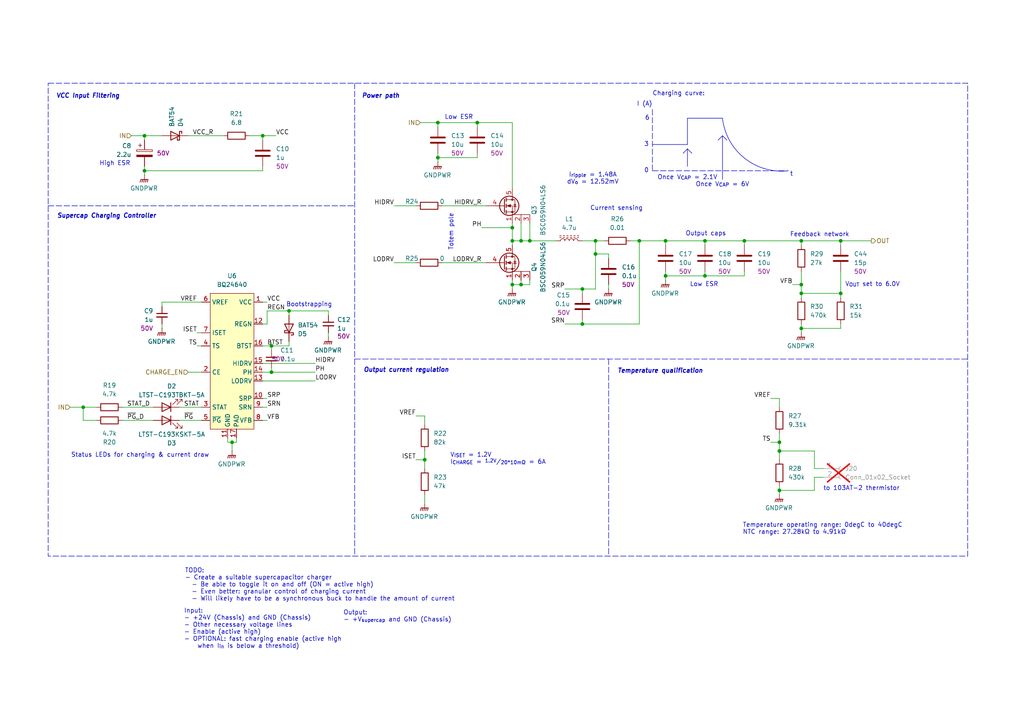
<source format=kicad_sch>
(kicad_sch (version 20250114) (generator "eeschema") (generator_version "9.0")
  (paper "A4")
  (title_block (title "Supercapacitor Charger") (date "2025-05-23") (rev "1") (company "UT Robomaster") (comment 1 "Robomaster"))
  (lib_symbols
    (symbol "! Robomaster ICs:BQ24640"
      (property "Reference" "U" (at 0 32.004 0))
      (property "Value" "BQ24640" (at 0 29.718 0))
      (symbol "BQ24640_1_1"
        (rectangle (start -6.35 27.94) (end 6.35 -11.43) (fill (type background)))
        (pin passive line (at -8.89 25.4 0) (length 2.54) (name "VREF") (number "6"))
        (pin input line (at -8.89 16.51 0) (length 2.54) (name "ISET") (number "7"))
        (pin input line (at -8.89 12.7 0) (length 2.54) (name "TS") (number "4"))
        (pin input line (at -8.89 5.08 0) (length 2.54) (name "CE") (number "2"))
        (pin open_collector line (at -8.89 -5.08 0) (length 2.54) (name "STAT") (number "3"))
        (pin open_collector line (at -8.89 -8.89 0) (length 2.54) (name "~{PG}") (number "5"))
        (pin power_in line (at -1.27 -13.97 90) (length 2.54) (name "GND") (number "11"))
        (pin passive line (at 1.27 -13.97 90) (length 2.54) (name "PAD") (number "17"))
        (pin power_in line (at 8.89 25.4 180) (length 2.54) (name "VCC") (number "1"))
        (pin passive line (at 8.89 19.05 180) (length 2.54) (name "REGN") (number "12"))
        (pin passive line (at 8.89 12.7 180) (length 2.54) (name "BTST") (number "16"))
        (pin output line (at 8.89 7.62 180) (length 2.54) (name "HIDRV") (number "15"))
        (pin power_out line (at 8.89 5.08 180) (length 2.54) (name "PH") (number "14"))
        (pin output line (at 8.89 2.54 180) (length 2.54) (name "LODRV") (number "13"))
        (pin passive line (at 8.89 -2.54 180) (length 2.54) (name "SRP") (number "10"))
        (pin passive line (at 8.89 -5.08 180) (length 2.54) (name "SRN") (number "9"))
        (pin input line (at 8.89 -8.89 180) (length 2.54) (name "VFB") (number "8"))
      )
    )
    (symbol "Connector:Conn_01x02_Socket" (pin_names (offset 1.016) (hide yes))
      (property "Reference" "J" (at 0 2.54 0))
      (property "Value" "Conn_01x02_Socket" (at 0 -5.08 0))
      (symbol "Conn_01x02_Socket_1_1"
        (polyline (pts (xy -1.27 0) (xy -0.508 0)) (stroke (width 0.1524)))
        (polyline (pts (xy -1.27 -2.54) (xy -0.508 -2.54)) (stroke (width 0.1524)))
        (arc (start 0 -0.508) (mid -0.5058 0) (end 0 0.508) (stroke (width 0.1524)))
        (arc (start 0 -3.048) (mid -0.5058 -2.54) (end 0 -2.032) (stroke (width 0.1524)))
        (pin passive line (at -5.08 0 0) (length 3.81) (name "Pin_1") (number "1"))
        (pin passive line (at -5.08 -2.54 0) (length 3.81) (name "Pin_2") (number "2"))
      )
    )
    (symbol "Device:C" (pin_numbers (hide yes)) (pin_names (offset 0.254))
      (property "Reference" "C" (at 0.635 2.54 0))
      (property "Value" "C" (at 0.635 -2.54 0))
      (symbol "C_0_1"
        (polyline (pts (xy -2.032 0.762) (xy 2.032 0.762)) (stroke (width 0.508)))
        (polyline (pts (xy -2.032 -0.762) (xy 2.032 -0.762)) (stroke (width 0.508)))
      )
      (symbol "C_1_1"
        (pin passive line (at 0 3.81 270) (length 2.794) (name "~") (number "1"))
        (pin passive line (at 0 -3.81 90) (length 2.794) (name "~") (number "2"))
      )
    )
    (symbol "Device:C_Polarized" (pin_numbers (hide yes)) (pin_names (offset 0.254))
      (property "Reference" "C" (at 0.635 2.54 0))
      (property "Value" "C_Polarized" (at 0.635 -2.54 0))
      (symbol "C_Polarized_0_1"
        (rectangle (start -2.286 0.508) (end 2.286 1.016))
        (polyline (pts (xy -1.778 2.286) (xy -0.762 2.286)))
        (polyline (pts (xy -1.27 2.794) (xy -1.27 1.778)))
        (rectangle (start 2.286 -0.508) (end -2.286 -1.016) (fill (type outline)))
      )
      (symbol "C_Polarized_1_1"
        (pin passive line (at 0 3.81 270) (length 2.794) (name "~") (number "1"))
        (pin passive line (at 0 -3.81 90) (length 2.794) (name "~") (number "2"))
      )
    )
    (symbol "Device:C_Small" (pin_numbers (hide yes)) (pin_names (offset 0.254) (hide yes))
      (property "Reference" "C" (at 0.254 1.778 0))
      (property "Value" "C_Small" (at 0.254 -2.032 0))
      (symbol "C_Small_0_1"
        (polyline (pts (xy -1.524 0.508) (xy 1.524 0.508)) (stroke (width 0.3048)))
        (polyline (pts (xy -1.524 -0.508) (xy 1.524 -0.508)) (stroke (width 0.3302)))
      )
      (symbol "C_Small_1_1"
        (pin passive line (at 0 2.54 270) (length 2.032) (name "~") (number "1"))
        (pin passive line (at 0 -2.54 90) (length 2.032) (name "~") (number "2"))
      )
    )
    (symbol "Device:D_Schottky" (pin_numbers (hide yes)) (pin_names (offset 1.016) (hide yes))
      (property "Reference" "D6" (at -0.3175 6.35 0))
      (property "Value" "BAT54" (at -0.3175 3.81 0))
      (symbol "D_Schottky_0_1"
        (polyline (pts (xy -1.905 0.635) (xy -1.905 1.27) (xy -1.27 1.27) (xy -1.27 -1.27) (xy -0.635 -1.27) (xy -0.635 -0.635)) (stroke (width 0.254)))
        (polyline (pts (xy 1.27 1.27) (xy 1.27 -1.27) (xy -1.27 0) (xy 1.27 1.27)) (stroke (width 0.254)))
        (polyline (pts (xy 1.27 0) (xy -1.27 0)))
      )
      (symbol "D_Schottky_1_1"
        (pin passive line (at -3.81 0 0) (length 2.54) (name "K") (number "3"))
        (pin passive line (at 3.81 0 180) (length 2.54) (name "A") (number "1"))
      )
    )
    (symbol "Device:LED" (pin_numbers (hide yes)) (pin_names (offset 1.016) (hide yes))
      (property "Reference" "D" (at 0 2.54 0))
      (property "Value" "LED" (at 0 -2.54 0))
      (symbol "LED_0_1"
        (polyline (pts (xy -3.048 -0.762) (xy -4.572 -2.286) (xy -3.81 -2.286) (xy -4.572 -2.286) (xy -4.572 -1.524)))
        (polyline (pts (xy -1.778 -0.762) (xy -3.302 -2.286) (xy -2.54 -2.286) (xy -3.302 -2.286) (xy -3.302 -1.524)))
        (polyline (pts (xy -1.27 0) (xy 1.27 0)))
        (polyline (pts (xy -1.27 -1.27) (xy -1.27 1.27)) (stroke (width 0.254)))
        (polyline (pts (xy 1.27 -1.27) (xy 1.27 1.27) (xy -1.27 0) (xy 1.27 -1.27)) (stroke (width 0.254)))
      )
      (symbol "LED_1_1"
        (pin passive line (at -3.81 0 0) (length 2.54) (name "K") (number "1"))
        (pin passive line (at 3.81 0 180) (length 2.54) (name "A") (number "2"))
      )
    )
    (symbol "Device:L_Ferrite" (pin_numbers (hide yes)) (pin_names (offset 1.016) (hide yes))
      (property "Reference" "L" (at -1.27 0 90))
      (property "Value" "L_Ferrite" (at 2.794 0 90))
      (symbol "L_Ferrite_0_1"
        (arc (start 0 2.54) (mid 0.6323 1.905) (end 0 1.27))
        (arc (start 0 1.27) (mid 0.6323 0.635) (end 0 0))
        (arc (start 0 0) (mid 0.6323 -0.635) (end 0 -1.27))
        (arc (start 0 -1.27) (mid 0.6323 -1.905) (end 0 -2.54))
        (polyline (pts (xy 1.016 2.286) (xy 1.016 2.794)))
        (polyline (pts (xy 1.016 1.27) (xy 1.016 1.778)))
        (polyline (pts (xy 1.016 0.254) (xy 1.016 0.762)))
        (polyline (pts (xy 1.016 -0.762) (xy 1.016 -0.254)))
        (polyline (pts (xy 1.016 -1.778) (xy 1.016 -1.27)))
        (polyline (pts (xy 1.016 -2.794) (xy 1.016 -2.286)))
        (polyline (pts (xy 1.524 2.794) (xy 1.524 2.286)))
        (polyline (pts (xy 1.524 1.778) (xy 1.524 1.27)))
        (polyline (pts (xy 1.524 0.762) (xy 1.524 0.254)))
        (polyline (pts (xy 1.524 -0.254) (xy 1.524 -0.762)))
        (polyline (pts (xy 1.524 -1.27) (xy 1.524 -1.778)))
        (polyline (pts (xy 1.524 -2.286) (xy 1.524 -2.794)))
      )
      (symbol "L_Ferrite_1_1"
        (pin passive line (at 0 3.81 270) (length 1.27) (name "1") (number "1"))
        (pin passive line (at 0 -3.81 90) (length 1.27) (name "2") (number "2"))
      )
    )
    (symbol "Device:R" (pin_numbers (hide yes)) (pin_names (offset 0))
      (property "Reference" "R" (at 2.032 0 90))
      (property "Value" "R" (at 0 0 90))
      (symbol "R_0_1"
        (rectangle (start -1.016 -2.54) (end 1.016 2.54) (stroke (width 0.254)))
      )
      (symbol "R_1_1"
        (pin passive line (at 0 3.81 270) (length 1.27) (name "~") (number "1"))
        (pin passive line (at 0 -3.81 90) (length 1.27) (name "~") (number "2"))
      )
    )
    (symbol "Transistor_FET:Q_NMOS_SGD" (pin_names (offset 0) (hide yes))
      (property "Reference" "Q4" (at 6.35 1.2701 0))
      (property "Value" "BSC059N04LS6" (at 6.35 -1.2699 0))
      (symbol "Q_NMOS_SGD_0_1"
        (polyline (pts (xy 0.254 1.905) (xy 0.254 -1.905)) (stroke (width 0.254)))
        (polyline (pts (xy 0.254 0) (xy -2.54 0)))
        (polyline (pts (xy 0.762 2.286) (xy 0.762 1.27)) (stroke (width 0.254)))
        (polyline (pts (xy 0.762 0.508) (xy 0.762 -0.508)) (stroke (width 0.254)))
        (polyline (pts (xy 0.762 -1.27) (xy 0.762 -2.286)) (stroke (width 0.254)))
        (polyline (pts (xy 0.762 -1.778) (xy 3.302 -1.778) (xy 3.302 1.778) (xy 0.762 1.778)))
        (polyline (pts (xy 1.016 0) (xy 2.032 0.381) (xy 2.032 -0.381) (xy 1.016 0)) (fill (type outline)))
        (circle (center 1.651 0) (radius 2.794) (stroke (width 0.254)))
        (polyline (pts (xy 2.54 2.54) (xy 2.54 1.778)))
        (circle (center 2.54 1.778) (radius 0.254) (fill (type outline)))
        (circle (center 2.54 -1.778) (radius 0.254) (fill (type outline)))
        (polyline (pts (xy 2.54 -2.54) (xy 2.54 0) (xy 0.762 0)))
        (polyline (pts (xy 2.921 0.381) (xy 3.683 0.381)))
        (polyline (pts (xy 3.302 0.381) (xy 2.921 -0.254) (xy 3.683 -0.254) (xy 3.302 0.381)))
        (polyline (pts (xy 7.62 -2.54) (xy 2.54 -2.54)))
      )
      (symbol "Q_NMOS_SGD_1_1"
        (pin input line (at -5.08 0 0) (length 5.08) (name "G") (number "4"))
        (pin passive line (at 2.54 5.08 270) (length 2.54) (name "D") (number "5"))
        (pin passive line (at 2.54 -5.08 90) (length 2.54) (name "S") (number "1"))
        (pin passive line (at 5.08 -5.08 90) (length 2.54) (name "S") (number "2"))
        (pin passive line (at 7.62 -5.08 90) (length 2.54) (name "S") (number "3"))
      )
    )
    (symbol "power:GNDPWR" (power) (pin_numbers (hide yes)) (pin_names (offset 0) (hide yes))
      (property "Value" "GNDPWR" (at 0 -3.302 0))
      (symbol "GNDPWR_0_1"
        (polyline (pts (xy -1.016 -1.27) (xy -1.27 -2.032) (xy -1.27 -2.032)) (stroke (width 0.2032)))
        (polyline (pts (xy -0.508 -1.27) (xy -0.762 -2.032) (xy -0.762 -2.032)) (stroke (width 0.2032)))
        (polyline (pts (xy 0 -1.27) (xy 0 0)))
        (polyline (pts (xy 0 -1.27) (xy -0.254 -2.032) (xy -0.254 -2.032)) (stroke (width 0.2032)))
        (polyline (pts (xy 0.508 -1.27) (xy 0.254 -2.032) (xy 0.254 -2.032)) (stroke (width 0.2032)))
        (polyline (pts (xy 1.016 -1.27) (xy -1.016 -1.27) (xy -1.016 -1.27)) (stroke (width 0.2032)))
        (polyline (pts (xy 1.016 -1.27) (xy 0.762 -2.032) (xy 0.762 -2.032) (xy 0.762 -2.032)) (stroke (width 0.2032)))
      )
      (symbol "GNDPWR_1_1"
        (pin power_in line (at 0 0 270) (length 0) (name "~") (number "1"))
      )
    )
  )
  (rectangle (start 13.97 24.13) (end 280.67 161.29) (stroke (width 0) (type dash)))
  (arc (start 228.6 49.53) (mid 215.9187 45.8554) (end 209.55 34.29))
  (text "Charging curve:" (at 189.23 27.94 0) (effects (font (size 1.27 1.27)) (justify left bottom)))
  (text "Current sensing" (at 178.816 61.214 0) (effects (font (size 1.27 1.27)) (justify bottom)))
  (text "Once V_{CAP} = 6V" (at 209.55 52.832 0) (effects (font (size 1.27 1.27)) (justify top)))
  (text "Totem pole" (at 131.572 67.31 90) (effects (font (size 1.27 1.27)) (justify bottom)))
  (text "3" (at 188.214 41.91 0) (effects (font (size 1.27 1.27)) (justify right)))
  (text "to 103AT-2 thermistor" (at 238.76 140.97 0) (effects (font (size 1.27 1.27)) (justify left top)))
  (text "TODO:\n- Create a suitable supercapacitor charger\n  - Be able to toggle it on and off (ON = active high)\n  - Even better: granular control of charging current\n  - Will likely have to be a synchronous buck to handle the amount of current" (at 53.594 164.846 0) (effects (font (size 1.27 1.27)) (justify left top)))
  (text "6" (at 188.468 34.29 0) (effects (font (size 1.27 1.27)) (justify right)))
  (text "Status LEDs for charging & current draw" (at 40.64 131.318 0) (effects (font (size 1.27 1.27)) (justify top)))
  (text "Low ESR" (at 133.096 34.798 0) (effects (font (size 1.27 1.27)) (justify bottom)))
  (text "Low ESR" (at 204.216 83.312 0) (effects (font (size 1.27 1.27)) (justify bottom)))
  (text "V_{OUT} set to 6.0V" (at 245.11 82.55 0) (effects (font (size 1.27 1.27)) (justify left)))
  (text "Temperature qualification" (at 179.07 106.934 0) (effects (font (size 1.27 1.27) (thickness 0.254) (bold yes) (italic yes)) (justify left top)))
  (text "I_{ripple} = 1.48A\ndV_{o} = 12.52mV" (at 171.958 51.816 0) (effects (font (size 1.27 1.27))))
  (text "Output caps" (at 204.724 68.58 0) (effects (font (size 1.27 1.27)) (justify bottom)))
  (text "Bootstrapping" (at 89.662 89.154 0) (effects (font (size 1.27 1.27)) (justify bottom)))
  (text "V_{ISET} = 1.2V\nI_{CHARGE} = ^{1.2V}/_{20*10mΩ} = 6A" (at 130.556 131.318 0) (effects (font (size 1.27 1.27)) (justify left top)))
  (text "Once V_{CAP} = 2.1V" (at 199.39 50.8 0) (effects (font (size 1.27 1.27)) (justify top)))
  (text "t" (at 229.108 49.784 0) (effects (font (size 1.27 1.27)) (justify left top)))
  (text "Input:\n- +24V (Chassis) and GND (Chassis)\n- Other necessary voltage lines\n- Enable (active high)\n- OPTIONAL: fast charging enable (active high \n    when I_{in} is below a threshold)" (at 53.34 176.53 0) (effects (font (size 1.27 1.27)) (justify left top)))
  (text "High ESR" (at 37.846 46.736 0) (effects (font (size 1.27 1.27)) (justify right top)))
  (text "Feedback network" (at 237.744 68.834 0) (effects (font (size 1.27 1.27)) (justify bottom)))
  (text "Output:\n- +V_{supercap} and GND (Chassis)" (at 99.568 177.038 0) (effects (font (size 1.27 1.27)) (justify left top)))
  (text "0" (at 188.214 49.53 0) (effects (font (size 1.27 1.27)) (justify right)))
  (text "Power path" (at 104.902 27.178 0) (effects (font (size 1.27 1.27) (thickness 0.254) (bold yes) (italic yes)) (justify left top)))
  (text "Supercap Charging Controller" (at 16.51 61.976 0) (effects (font (size 1.27 1.27) (thickness 0.254) (bold yes) (italic yes)) (justify left top)))
  (text "VCC Input Filtering" (at 16.256 27.178 0) (effects (font (size 1.27 1.27) (thickness 0.254) (bold yes) (italic yes)) (justify left top)))
  (text "Temperature operating range: 0degC to 40degC\nNTC range: 27.28kΩ to 4.91kΩ" (at 215.392 151.638 0) (effects (font (size 1.27 1.27)) (justify left top)))
  (text "I (A)" (at 189.23 30.988 0) (effects (font (size 1.27 1.27)) (justify right bottom)))
  (text "Output current regulation" (at 105.41 106.68 0) (effects (font (size 1.27 1.27) (thickness 0.254) (bold yes) (italic yes)) (justify left top)))
  (junction (at 41.91 39.37))
  (junction (at 215.9 69.85))
  (junction (at 232.41 95.25))
  (junction (at 123.19 133.35))
  (junction (at 168.91 83.82))
  (junction (at 153.67 69.85))
  (junction (at 151.13 69.85))
  (junction (at 232.41 85.09))
  (junction (at 193.04 69.85))
  (junction (at 172.72 69.85))
  (junction (at 24.13 118.11))
  (junction (at 232.41 82.55))
  (junction (at 67.31 128.27))
  (junction (at 204.47 80.01))
  (junction (at 226.06 142.24))
  (junction (at 226.06 128.27))
  (junction (at 76.2 39.37))
  (junction (at 232.41 69.85))
  (junction (at 172.72 73.66))
  (junction (at 83.82 90.17))
  (junction (at 41.91 49.53))
  (junction (at 78.74 107.95))
  (junction (at 204.47 69.85))
  (junction (at 243.84 85.09))
  (junction (at 138.43 35.56))
  (junction (at 127 35.56))
  (junction (at 78.74 100.33))
  (junction (at 193.04 80.01))
  (junction (at 148.59 82.55))
  (junction (at 151.13 82.55))
  (junction (at 148.59 66.04))
  (junction (at 226.06 130.81))
  (junction (at 185.42 69.85))
  (junction (at 168.91 93.98))
  (junction (at 127 45.72))
  (junction (at 148.59 69.85))
  (junction (at 243.84 69.85))
  (wire (pts (xy 226.06 133.35) (xy 226.06 130.81)))
  (wire (pts (xy 243.84 69.85) (xy 243.84 71.12)))
  (wire (pts (xy 38.1 39.37) (xy 41.91 39.37)))
  (wire (pts (xy 46.99 93.98) (xy 46.99 95.25)))
  (wire (pts (xy 127 35.56) (xy 127 36.83)))
  (wire (pts (xy 153.67 69.85) (xy 161.29 69.85)))
  (wire (pts (xy 78.74 100.33) (xy 76.2 100.33)))
  (wire (pts (xy 139.7 66.04) (xy 148.59 66.04)))
  (wire (pts (xy 148.59 81.28) (xy 148.59 82.55)))
  (wire (pts (xy 232.41 85.09) (xy 232.41 82.55)))
  (wire (pts (xy 204.47 69.85) (xy 204.47 71.12)))
  (wire (pts (xy 35.56 118.11) (xy 44.45 118.11)))
  (wire (pts (xy 76.2 48.26) (xy 76.2 49.53)))
  (wire (pts (xy 83.82 90.17) (xy 83.82 91.44)))
  (wire (pts (xy 138.43 36.83) (xy 138.43 35.56)))
  (wire (pts (xy 57.15 96.52) (xy 58.42 96.52)))
  (wire (pts (xy 226.06 143.51) (xy 226.06 142.24)))
  (wire (pts (xy 83.82 99.06) (xy 83.82 100.33)))
  (wire (pts (xy 168.91 83.82) (xy 172.72 83.82)))
  (wire (pts (xy 236.22 138.43) (xy 236.22 142.24)))
  (polyline (pts (xy 102.87 24.13) (xy 102.87 161.29)) (stroke (width 0) (type dash)))
  (wire (pts (xy 238.76 135.89) (xy 236.22 135.89)))
  (wire (pts (xy 148.59 69.85) (xy 151.13 69.85)))
  (wire (pts (xy 78.74 107.95) (xy 91.44 107.95)))
  (wire (pts (xy 123.19 120.65) (xy 120.65 120.65)))
  (polyline (pts (xy 189.23 31.75) (xy 189.23 49.53)) (stroke (width 0) (type dash)))
  (wire (pts (xy 41.91 39.37) (xy 46.99 39.37)))
  (wire (pts (xy 232.41 69.85) (xy 243.84 69.85)))
  (wire (pts (xy 243.84 78.74) (xy 243.84 85.09)))
  (wire (pts (xy 78.74 100.33) (xy 78.74 101.6)))
  (wire (pts (xy 151.13 82.55) (xy 148.59 82.55)))
  (wire (pts (xy 77.47 115.57) (xy 76.2 115.57)))
  (wire (pts (xy 24.13 118.11) (xy 27.94 118.11)))
  (wire (pts (xy 193.04 78.74) (xy 193.04 80.01)))
  (wire (pts (xy 232.41 85.09) (xy 232.41 86.36)))
  (wire (pts (xy 153.67 64.77) (xy 153.67 69.85)))
  (wire (pts (xy 76.2 39.37) (xy 80.01 39.37)))
  (wire (pts (xy 35.56 121.92) (xy 44.45 121.92)))
  (wire (pts (xy 95.25 91.44) (xy 95.25 90.17)))
  (wire (pts (xy 58.42 87.63) (xy 46.99 87.63)))
  (wire (pts (xy 243.84 85.09) (xy 232.41 85.09)))
  (wire (pts (xy 41.91 49.53) (xy 41.91 50.8)))
  (wire (pts (xy 151.13 81.28) (xy 151.13 82.55)))
  (polyline (pts (xy 189.23 41.91) (xy 199.39 41.91)))
  (wire (pts (xy 243.84 95.25) (xy 232.41 95.25)))
  (wire (pts (xy 123.19 123.19) (xy 123.19 120.65)))
  (wire (pts (xy 123.19 146.05) (xy 123.19 143.51)))
  (wire (pts (xy 138.43 35.56) (xy 148.59 35.56)))
  (wire (pts (xy 204.47 69.85) (xy 215.9 69.85)))
  (wire (pts (xy 148.59 69.85) (xy 148.59 66.04)))
  (wire (pts (xy 185.42 69.85) (xy 185.42 93.98)))
  (wire (pts (xy 76.2 39.37) (xy 76.2 40.64)))
  (wire (pts (xy 127 35.56) (xy 138.43 35.56)))
  (wire (pts (xy 226.06 128.27) (xy 226.06 125.73)))
  (wire (pts (xy 215.9 69.85) (xy 215.9 71.12)))
  (wire (pts (xy 76.2 107.95) (xy 78.74 107.95)))
  (polyline (pts (xy 176.53 104.14) (xy 176.53 161.29)) (stroke (width 0) (type dash)))
  (wire (pts (xy 77.47 93.98) (xy 76.2 93.98)))
  (wire (pts (xy 215.9 69.85) (xy 232.41 69.85)))
  (wire (pts (xy 128.27 59.69) (xy 140.97 59.69)))
  (wire (pts (xy 41.91 39.37) (xy 41.91 40.64)))
  (wire (pts (xy 226.06 142.24) (xy 226.06 140.97)))
  (polyline (pts (xy 199.39 41.91) (xy 199.39 34.29)))
  (wire (pts (xy 78.74 106.68) (xy 78.74 107.95)))
  (wire (pts (xy 151.13 64.77) (xy 151.13 69.85)))
  (polyline (pts (xy 199.39 43.18) (xy 200.66 44.45)))
  (wire (pts (xy 182.88 69.85) (xy 185.42 69.85)))
  (wire (pts (xy 215.9 78.74) (xy 215.9 80.01)))
  (wire (pts (xy 77.47 118.11) (xy 76.2 118.11)))
  (wire (pts (xy 232.41 95.25) (xy 232.41 96.52)))
  (wire (pts (xy 46.99 87.63) (xy 46.99 88.9)))
  (wire (pts (xy 172.72 69.85) (xy 175.26 69.85)))
  (wire (pts (xy 193.04 69.85) (xy 193.04 71.12)))
  (polyline (pts (xy 189.23 49.53) (xy 228.6 49.53)) (stroke (width 0) (type dash)))
  (wire (pts (xy 168.91 69.85) (xy 172.72 69.85)))
  (wire (pts (xy 193.04 69.85) (xy 204.47 69.85)))
  (wire (pts (xy 243.84 69.85) (xy 252.73 69.85)))
  (wire (pts (xy 176.53 82.55) (xy 176.53 83.82)))
  (wire (pts (xy 229.87 82.55) (xy 232.41 82.55)))
  (wire (pts (xy 121.92 35.56) (xy 127 35.56)))
  (wire (pts (xy 236.22 135.89) (xy 236.22 130.81)))
  (wire (pts (xy 127 45.72) (xy 127 46.99)))
  (wire (pts (xy 83.82 90.17) (xy 95.25 90.17)))
  (wire (pts (xy 172.72 69.85) (xy 172.72 73.66)))
  (wire (pts (xy 153.67 82.55) (xy 151.13 82.55)))
  (wire (pts (xy 114.3 76.2) (xy 120.65 76.2)))
  (wire (pts (xy 151.13 69.85) (xy 153.67 69.85)))
  (wire (pts (xy 193.04 80.01) (xy 204.47 80.01)))
  (wire (pts (xy 57.15 100.33) (xy 58.42 100.33)))
  (wire (pts (xy 185.42 69.85) (xy 193.04 69.85)))
  (wire (pts (xy 148.59 35.56) (xy 148.59 54.61)))
  (wire (pts (xy 77.47 87.63) (xy 76.2 87.63)))
  (wire (pts (xy 77.47 121.92) (xy 76.2 121.92)))
  (polyline (pts (xy 13.97 59.69) (xy 102.87 59.69)) (stroke (width 0) (type dash)))
  (wire (pts (xy 204.47 78.74) (xy 204.47 80.01)))
  (wire (pts (xy 67.31 128.27) (xy 68.58 128.27)))
  (wire (pts (xy 148.59 82.55) (xy 148.59 83.82)))
  (wire (pts (xy 163.83 83.82) (xy 168.91 83.82)))
  (wire (pts (xy 20.32 118.11) (xy 24.13 118.11)))
  (polyline (pts (xy 209.55 39.37) (xy 210.82 40.64)))
  (wire (pts (xy 176.53 73.66) (xy 172.72 73.66)))
  (wire (pts (xy 67.31 128.27) (xy 67.31 130.81)))
  (wire (pts (xy 76.2 110.49) (xy 91.44 110.49)))
  (wire (pts (xy 232.41 93.98) (xy 232.41 95.25)))
  (wire (pts (xy 232.41 69.85) (xy 232.41 71.12)))
  (wire (pts (xy 52.07 118.11) (xy 58.42 118.11)))
  (polyline (pts (xy 209.55 39.37) (xy 209.55 52.07)))
  (polyline (pts (xy 208.28 40.64) (xy 209.55 39.37)))
  (wire (pts (xy 66.04 128.27) (xy 66.04 127)))
  (wire (pts (xy 226.06 118.11) (xy 226.06 115.57)))
  (wire (pts (xy 123.19 133.35) (xy 123.19 130.81)))
  (wire (pts (xy 127 45.72) (xy 138.43 45.72)))
  (wire (pts (xy 114.3 59.69) (xy 120.65 59.69)))
  (wire (pts (xy 215.9 80.01) (xy 204.47 80.01)))
  (wire (pts (xy 76.2 49.53) (xy 41.91 49.53)))
  (polyline (pts (xy 102.87 104.14) (xy 280.67 104.14)) (stroke (width 0) (type dash)))
  (wire (pts (xy 54.61 39.37) (xy 64.77 39.37)))
  (polyline (pts (xy 199.39 34.29) (xy 209.55 34.29)))
  (wire (pts (xy 52.07 121.92) (xy 58.42 121.92)))
  (wire (pts (xy 226.06 130.81) (xy 226.06 128.27)))
  (wire (pts (xy 83.82 100.33) (xy 78.74 100.33)))
  (wire (pts (xy 41.91 48.26) (xy 41.91 49.53)))
  (wire (pts (xy 54.61 107.95) (xy 58.42 107.95)))
  (wire (pts (xy 226.06 115.57) (xy 223.52 115.57)))
  (wire (pts (xy 238.76 138.43) (xy 236.22 138.43)))
  (wire (pts (xy 172.72 73.66) (xy 172.72 83.82)))
  (wire (pts (xy 123.19 135.89) (xy 123.19 133.35)))
  (wire (pts (xy 176.53 74.93) (xy 176.53 73.66)))
  (wire (pts (xy 232.41 78.74) (xy 232.41 82.55)))
  (wire (pts (xy 66.04 128.27) (xy 67.31 128.27)))
  (wire (pts (xy 148.59 66.04) (xy 148.59 64.77)))
  (wire (pts (xy 168.91 92.71) (xy 168.91 93.98)))
  (wire (pts (xy 168.91 83.82) (xy 168.91 85.09)))
  (wire (pts (xy 163.83 93.98) (xy 168.91 93.98)))
  (wire (pts (xy 127 44.45) (xy 127 45.72)))
  (wire (pts (xy 128.27 76.2) (xy 140.97 76.2)))
  (wire (pts (xy 77.47 90.17) (xy 83.82 90.17)))
  (wire (pts (xy 95.25 96.52) (xy 95.25 97.79)))
  (wire (pts (xy 223.52 128.27) (xy 226.06 128.27)))
  (wire (pts (xy 24.13 118.11) (xy 24.13 121.92)))
  (wire (pts (xy 153.67 81.28) (xy 153.67 82.55)))
  (wire (pts (xy 236.22 130.81) (xy 226.06 130.81)))
  (wire (pts (xy 68.58 127) (xy 68.58 128.27)))
  (wire (pts (xy 120.65 133.35) (xy 123.19 133.35)))
  (wire (pts (xy 243.84 93.98) (xy 243.84 95.25)))
  (wire (pts (xy 168.91 93.98) (xy 185.42 93.98)))
  (wire (pts (xy 77.47 90.17) (xy 77.47 93.98)))
  (wire (pts (xy 72.39 39.37) (xy 76.2 39.37)))
  (polyline (pts (xy 198.12 44.45) (xy 199.39 43.18)))
  (wire (pts (xy 236.22 142.24) (xy 226.06 142.24)))
  (wire (pts (xy 148.59 71.12) (xy 148.59 69.85)))
  (wire (pts (xy 193.04 80.01) (xy 193.04 81.28)))
  (wire (pts (xy 138.43 45.72) (xy 138.43 44.45)))
  (wire (pts (xy 243.84 85.09) (xy 243.84 86.36)))
  (wire (pts (xy 76.2 105.41) (xy 91.44 105.41)))
  (wire (pts (xy 24.13 121.92) (xy 27.94 121.92)))
  (polyline (pts (xy 199.39 43.18) (xy 199.39 48.26)))
  (label "HIDRV" (at 91.44 105.41 0))
  (label "PH" (at 91.44 107.95 0))
  (label "LODRV" (at 114.3 76.2 180))
  (label "SRP" (at 77.47 115.57 0))
  (label "HIDRV" (at 114.3 59.69 180))
  (label "STAT" (at 53.34 118.11 0))
  (label "TS" (at 223.52 128.27 180))
  (label "PH" (at 139.7 66.04 180))
  (label "~{PG}" (at 53.34 121.92 0))
  (label "VCC" (at 80.01 39.37 0))
  (label "ISET" (at 57.15 96.52 180))
  (label "REGN" (at 77.47 90.17 0))
  (label "LODRV" (at 91.44 110.49 0))
  (label "VCC" (at 77.47 87.63 0))
  (label "HIDRV_R" (at 139.7 59.69 180))
  (label "VFB" (at 229.87 82.55 180))
  (label "TS" (at 57.15 100.33 180))
  (label "LODRV_R" (at 139.7 76.2 180))
  (label "VREF" (at 120.65 120.65 180))
  (label "VFB" (at 77.47 121.92 0))
  (label "SRN" (at 77.47 118.11 0))
  (label "VREF" (at 57.15 87.63 180))
  (label "SRN" (at 163.83 93.98 180))
  (label "VCC_R" (at 55.88 39.37 0))
  (label "VREF" (at 223.52 115.57 180))
  (label "SRP" (at 163.83 83.82 180) (effects (font (thickness 0.1588))))
  (label "BTST" (at 77.47 100.33 0))
  (label "~{PG}_D" (at 36.83 121.92 0))
  (label "STAT_D" (at 36.83 118.11 0))
  (label "ISET" (at 120.65 133.35 180))
  (hierarchical_label "OUT" (shape output) (at 252.73 69.85 0))
  (hierarchical_label "IN" (shape input) (at 121.92 35.56 180))
  (hierarchical_label "IN" (shape input) (at 20.32 118.11 180))
  (hierarchical_label "CHARGE_EN" (shape input) (at 54.61 107.95 180))
  (hierarchical_label "IN" (shape input) (at 38.1 39.37 180))
  (symbol (lib_id "Device:D_Schottky") (at 83.82 95.25 270) (mirror x) (unit 1)
    (property "Reference" "D5" (at 86.36 96.8376 90) (effects (justify left)))
    (property "Value" "BAT54" (at 86.36 94.2976 90) (effects (justify left)))
    (property "Footprint" "Package_TO_SOT_SMD:SOT-23_Handsoldering" (effects (hide yes)))
    (property "Datasheet" "https://www.mouser.com/datasheet/2/1057/BAT54_SERIES-1868856.pdf" (effects (hide yes)))
    (property "Description" "Schottky diode" (effects (hide yes)))
    (property "Mouser Part Number" "241-BAT54_R1_00001" (effects (hide yes)))
  )
  (symbol (lib_id "Device:R") (at 232.41 74.93 0) (unit 1)
    (property "Reference" "R29" (at 234.95 73.6599 0) (effects (justify left)))
    (property "Value" "27k" (at 234.95 76.1999 0) (effects (justify left)))
    (property "Footprint" "Resistor_SMD:R_0603_1608Metric_Pad0.98x0.95mm_HandSolder" (effects (hide yes)))
    (property "Description" "Resistor" (effects (hide yes)))
    (property "Mouser Part Number" "660-RN73H1JTD2702B25" (effects (hide yes)))
  )
  (symbol (lib_id "power:GNDPWR") (at 193.04 81.28 0) (unit 1)
    (property "Reference" "#PWR0133" (effects (hide yes)))
    (property "Value" "GNDPWR" (at 192.913 85.09 0))
    (property "Description" "Power symbol creates a global label with name \"GNDPWR\" , global ground" (effects (hide yes)))
  )
  (symbol (lib_id "Device:C") (at 204.47 74.93 0) (unit 1)
    (property "Reference" "C18" (at 208.28 73.6599 0) (effects (justify left)))
    (property "Value" "10u" (at 208.28 76.1999 0) (effects (justify left)))
    (property "Footprint" "Capacitor_SMD:C_1206_3216Metric_Pad1.33x1.80mm_HandSolder" (effects (hide yes)))
    (property "Datasheet" "https://www.mouser.com/datasheet/2/585/MLCC-1837944.pdf" (effects (hide yes)))
    (property "Description" "Unpolarized capacitor" (effects (hide yes)))
    (property "Mouser Part Number" "187-CL31A106KBHNNNE" (effects (hide yes)))
    (property "Voltage Rating" "50V" (at 208.28 78.74 0) (effects (justify left)))
  )
  (symbol (lib_id "Transistor_FET:Q_NMOS_SGD") (at 146.05 59.69 0) (unit 1)
    (property "Reference" "Q3" (at 154.94 60.96 90))
    (property "Value" "BSC059N04LS6" (at 157.48 60.96 90))
    (property "Footprint" "Package_SON:Infineon_PG-TDSON-8_6.15x5.15mm" (effects (hide yes)))
    (property "Datasheet" "https://www.mouser.com/datasheet/2/196/Infineon_BSC059N04LS6_DataSheet_v02_01_EN-3360636.pdf" (effects (hide yes)))
    (property "Description" "N-MOSFET transistor, source/gate/drain" (effects (hide yes)))
    (property "Mouser Part Number" "726-BSC059N04LS6ATMA" (effects (hide yes)))
  )
  (symbol (lib_id "Device:R") (at 226.06 137.16 0) (unit 1)
    (property "Reference" "R28" (at 228.6 135.8899 0) (effects (justify left)))
    (property "Value" "430k" (at 228.6 138.4299 0) (effects (justify left)))
    (property "Footprint" "Resistor_SMD:R_0603_1608Metric_Pad0.98x0.95mm_HandSolder" (effects (hide yes)))
    (property "Description" "Resistor" (effects (hide yes)))
    (property "Mouser Part Number" "603-RT0603FRE07430KL" (effects (hide yes)))
  )
  (symbol (lib_id "power:GNDPWR") (at 95.25 97.79 0) (unit 1)
    (property "Reference" "#PWR0128" (effects (hide yes)))
    (property "Value" "GNDPWR" (at 95.123 101.6 0))
    (property "Description" "Power symbol creates a global label with name \"GNDPWR\" , global ground" (effects (hide yes)))
  )
  (symbol (lib_id "Device:LED") (at 48.26 121.92 0) (mirror y) (unit 1)
    (property "Reference" "D3" (at 49.784 128.524 0))
    (property "Value" "LTST-C193KSKT-5A" (at 49.784 125.984 0))
    (property "Footprint" "LED_SMD:LED_0603_1608Metric_Pad1.05x0.95mm_HandSolder" (effects (hide yes)))
    (property "Datasheet" "https://www.mouser.com/datasheet/2/239/Lite-On-LTST-C193KSKT-5A-1175258.pdf" (effects (hide yes)))
    (property "Description" "Light emitting diode" (effects (hide yes)))
    (property "Mouser Part Number" "859-LTSTC193KSKT5A" (effects (hide yes)))
  )
  (symbol (lib_id "power:GNDPWR") (at 123.19 146.05 0) (unit 1)
    (property "Reference" "#PWR0129" (effects (hide yes)))
    (property "Value" "GNDPWR" (at 123.063 149.86 0))
    (property "Description" "Power symbol creates a global label with name \"GNDPWR\" , global ground" (effects (hide yes)))
  )
  (symbol (lib_id "! Robomaster ICs:BQ24640") (at 67.31 113.03 0) (unit 1)
    (property "Reference" "U6" (at 67.31 80.01 0))
    (property "Value" "BQ24640" (at 67.31 82.55 0))
    (property "Footprint" "! Robomaster ICs:QFN50P350X350X100-17N-D" (effects (hide yes)))
    (property "Datasheet" "https://www.ti.com/lit/gpn/bq24640" (effects (hide yes)))
    (property "Description" "Standalone 1-8 cell Buck battery charge controller for super capacitor" (effects (hide yes)))
    (property "Mouser Part Number" "595-BQ24640RVAR" (effects (hide yes)))
  )
  (symbol (lib_id "power:GNDPWR") (at 226.06 143.51 0) (unit 1)
    (property "Reference" "#PWR0134" (effects (hide yes)))
    (property "Value" "GNDPWR" (at 225.933 147.32 0))
    (property "Description" "Power symbol creates a global label with name \"GNDPWR\" , global ground" (effects (hide yes)))
  )
  (symbol (lib_id "Device:R") (at 124.46 59.69 90) (unit 1)
    (property "Reference" "R24" (at 121.412 59.182 90) (effects (justify left top)))
    (property "Value" "0" (at 127.508 59.182 90) (effects (justify right top)))
    (property "Footprint" "Resistor_SMD:R_0603_1608Metric_Pad0.98x0.95mm_HandSolder" (effects (hide yes)))
    (property "Description" "Resistor" (effects (hide yes)))
    (property "Mouser Part Number" "660-RK73Z1JTTDD" (effects (hide yes)))
  )
  (symbol (lib_id "Device:C") (at 215.9 74.93 0) (unit 1)
    (property "Reference" "C19" (at 219.71 73.6599 0) (effects (justify left)))
    (property "Value" "10u" (at 219.71 76.1999 0) (effects (justify left)))
    (property "Footprint" "Capacitor_SMD:C_1206_3216Metric_Pad1.33x1.80mm_HandSolder" (effects (hide yes)))
    (property "Datasheet" "https://www.mouser.com/datasheet/2/585/MLCC-1837944.pdf" (effects (hide yes)))
    (property "Description" "Unpolarized capacitor" (effects (hide yes)))
    (property "Mouser Part Number" "187-CL31A106KBHNNNE" (effects (hide yes)))
    (property "Voltage Rating" "50V" (at 219.71 78.74 0) (effects (justify left)))
  )
  (symbol (lib_id "Device:R") (at 68.58 39.37 90) (unit 1)
    (property "Reference" "R21" (at 68.58 33.02 90))
    (property "Value" "6.8" (at 68.58 35.56 90))
    (property "Footprint" "Resistor_SMD:R_0805_2012Metric_Pad1.20x1.40mm_HandSolder" (effects (hide yes)))
    (property "Description" "Resistor" (effects (hide yes)))
    (property "Mouser Part Number" "660-RK73B2ATTD6R8J" (effects (hide yes)))
  )
  (symbol (lib_id "Device:R") (at 31.75 121.92 90) (mirror x) (unit 1)
    (property "Reference" "R20" (at 31.75 128.27 90))
    (property "Value" "4.7k" (at 31.75 125.73 90))
    (property "Footprint" "Resistor_SMD:R_0603_1608Metric_Pad0.98x0.95mm_HandSolder" (effects (hide yes)))
    (property "Description" "Resistor" (effects (hide yes)))
    (property "Mouser Part Number" "660-RN73R1JTD4701F50" (effects (hide yes)))
  )
  (symbol (lib_id "Device:C_Small") (at 95.25 93.98 0) (unit 1)
    (property "Reference" "C12" (at 97.79 92.7162 0) (effects (justify left)))
    (property "Value" "1u" (at 97.79 95.2562 0) (effects (justify left)))
    (property "Footprint" "Capacitor_SMD:C_0603_1608Metric_Pad1.08x0.95mm_HandSolder" (effects (hide yes)))
    (property "Datasheet" "https://www.mouser.com/datasheet/2/447/KEM_C1006_X5R_SMD-3316465.pdf" (effects (hide yes)))
    (property "Description" "Unpolarized capacitor, small symbol" (effects (hide yes)))
    (property "Mouser Part Number" "963-UMK107BJ105KA-T" (effects (hide yes)))
    (property "Voltage Rating" "50V" (at 97.79 97.536 0) (effects (justify left)))
  )
  (symbol (lib_id "Device:D_Schottky") (at 50.8 39.37 0) (mirror y) (unit 1)
    (property "Reference" "D4" (at 52.3876 36.83 90) (effects (justify left)))
    (property "Value" "BAT54" (at 49.8476 36.83 90) (effects (justify left)))
    (property "Footprint" "Package_TO_SOT_SMD:SOT-23_Handsoldering" (effects (hide yes)))
    (property "Datasheet" "https://www.mouser.com/datasheet/2/1057/BAT54_SERIES-1868856.pdf" (effects (hide yes)))
    (property "Description" "Schottky diode" (effects (hide yes)))
    (property "Mouser Part Number" "241-BAT54_R1_00001" (effects (hide yes)))
  )
  (symbol (lib_id "Device:R") (at 243.84 90.17 0) (unit 1)
    (property "Reference" "R31" (at 246.38 88.8999 0) (effects (justify left)))
    (property "Value" "15k" (at 246.38 91.4399 0) (effects (justify left)))
    (property "Footprint" "Resistor_SMD:R_0603_1608Metric_Pad0.98x0.95mm_HandSolder" (effects (hide yes)))
    (property "Description" "Resistor" (effects (hide yes)))
    (property "Mouser Part Number" "603-RT0603FRE1315KL" (effects (hide yes)))
  )
  (symbol (lib_id "power:GNDPWR") (at 67.31 130.81 0) (unit 1)
    (property "Reference" "#PWR0127" (effects (hide yes)))
    (property "Value" "GNDPWR" (at 67.183 134.62 0))
    (property "Description" "Power symbol creates a global label with name \"GNDPWR\" , global ground" (effects (hide yes)))
  )
  (symbol (lib_id "Transistor_FET:Q_NMOS_SGD") (at 146.05 76.2 0) (unit 1)
    (property "Reference" "Q4" (at 154.94 77.47 90))
    (property "Value" "BSC059N04LS6" (at 157.48 77.47 90))
    (property "Footprint" "Package_SON:Infineon_PG-TDSON-8_6.15x5.15mm" (effects (hide yes)))
    (property "Datasheet" "https://www.mouser.com/datasheet/2/196/Infineon_BSC059N04LS6_DataSheet_v02_01_EN-3360636.pdf" (effects (hide yes)))
    (property "Description" "N-MOSFET transistor, source/gate/drain" (effects (hide yes)))
    (property "Mouser Part Number" "726-BSC059N04LS6ATMA" (effects (hide yes)))
  )
  (symbol (lib_id "Device:C_Polarized") (at 41.91 44.45 0) (unit 1)
    (property "Reference" "C8" (at 38.1 42.2909 0) (effects (justify right)))
    (property "Value" "2.2u" (at 38.1 44.8309 0) (effects (justify right)))
    (property "Footprint" "Capacitor_THT:C_Radial_D5.0mm_H11.0mm_P2.00mm" (effects (hide yes)))
    (property "Description" "Polarized capacitor" (effects (hide yes)))
    (property "Mouser Part Number" "710-860010672006" (effects (hide yes)))
    (property "Voltage Rating" "50V" (at 45.466 44.45 0) (effects (justify left)))
  )
  (symbol (lib_id "Device:LED") (at 48.26 118.11 180) (unit 1)
    (property "Reference" "D2" (at 49.784 112.014 0))
    (property "Value" "LTST-C193TBKT-5A" (at 49.784 114.554 0))
    (property "Footprint" "LED_SMD:LED_0603_1608Metric_Pad1.05x0.95mm_HandSolder" (effects (hide yes)))
    (property "Datasheet" "https://www.mouser.com/datasheet/2/239/Lite-On-LTST-C193TBKT-5A-1175300.pdf" (effects (hide yes)))
    (property "Description" "Light emitting diode" (effects (hide yes)))
    (property "Mouser Part Number" "859-LTSTC193TBKT5A" (effects (hide yes)))
  )
  (symbol (lib_id "Device:C") (at 193.04 74.93 0) (unit 1)
    (property "Reference" "C17" (at 196.85 73.6599 0) (effects (justify left)))
    (property "Value" "10u" (at 196.85 76.1999 0) (effects (justify left)))
    (property "Footprint" "Capacitor_SMD:C_1206_3216Metric_Pad1.33x1.80mm_HandSolder" (effects (hide yes)))
    (property "Datasheet" "https://www.mouser.com/datasheet/2/585/MLCC-1837944.pdf" (effects (hide yes)))
    (property "Description" "Unpolarized capacitor" (effects (hide yes)))
    (property "Mouser Part Number" "187-CL31A106KBHNNNE" (effects (hide yes)))
    (property "Voltage Rating" "50V" (at 196.85 78.74 0) (effects (justify left)))
  )
  (symbol (lib_id "Device:R") (at 124.46 76.2 90) (unit 1)
    (property "Reference" "R25" (at 121.412 75.692 90) (effects (justify left top)))
    (property "Value" "0" (at 127.508 75.692 90) (effects (justify right top)))
    (property "Footprint" "Resistor_SMD:R_0603_1608Metric_Pad0.98x0.95mm_HandSolder" (effects (hide yes)))
    (property "Description" "Resistor" (effects (hide yes)))
    (property "Mouser Part Number" "660-RK73Z1JTTDD" (effects (hide yes)))
  )
  (symbol (lib_id "Connector:Conn_01x02_Socket") (at 243.84 135.89 0) (unit 1) (dnp yes)
    (property "Reference" "J20" (at 245.11 135.8899 0) (effects (justify left)))
    (property "Value" "Conn_01x02_Socket" (at 245.11 138.4299 0) (effects (justify left)))
    (property "Footprint" "Connector_PinSocket_2.00mm:PinSocket_1x02_P2.00mm_Vertical" (effects (hide yes)))
    (property "Description" "Generic connector, single row, 01x02, script generated" (effects (hide yes)))
  )
  (symbol (lib_id "Device:C_Small") (at 46.99 91.44 0) (mirror y) (unit 1)
    (property "Reference" "C9" (at 44.45 90.1762 0) (effects (justify left)))
    (property "Value" "1u" (at 44.45 92.7162 0) (effects (justify left)))
    (property "Footprint" "Capacitor_SMD:C_0603_1608Metric_Pad1.08x0.95mm_HandSolder" (effects (hide yes)))
    (property "Datasheet" "https://www.mouser.com/datasheet/2/447/KEM_C1006_X5R_SMD-3316465.pdf" (effects (hide yes)))
    (property "Description" "Unpolarized capacitor, small symbol" (effects (hide yes)))
    (property "Mouser Part Number" "963-UMK107BJ105KA-T" (effects (hide yes)))
    (property "Voltage Rating" "50V" (at 44.45 95.25 0) (effects (justify left)))
  )
  (symbol (lib_id "Device:R") (at 123.19 139.7 0) (unit 1)
    (property "Reference" "R23" (at 125.73 138.4299 0) (effects (justify left)))
    (property "Value" "47k" (at 125.73 140.9699 0) (effects (justify left)))
    (property "Footprint" "Resistor_SMD:R_0603_1608Metric_Pad0.98x0.95mm_HandSolder" (effects (hide yes)))
    (property "Description" "Resistor" (effects (hide yes)))
    (property "Mouser Part Number" "603-RC0603FR-1047KL" (effects (hide yes)))
  )
  (symbol (lib_id "Device:R") (at 226.06 121.92 0) (unit 1)
    (property "Reference" "R27" (at 228.6 120.6499 0) (effects (justify left)))
    (property "Value" "9.31k" (at 228.6 123.1899 0) (effects (justify left)))
    (property "Footprint" "Resistor_SMD:R_0603_1608Metric_Pad0.98x0.95mm_HandSolder" (effects (hide yes)))
    (property "Description" "Resistor" (effects (hide yes)))
    (property "Mouser Part Number" "603-RT0603DRE079K31L" (effects (hide yes)))
  )
  (symbol (lib_id "Device:R") (at 123.19 127 0) (unit 1)
    (property "Reference" "R22" (at 125.73 125.7299 0) (effects (justify left)))
    (property "Value" "82k" (at 125.73 128.2699 0) (effects (justify left)))
    (property "Footprint" "Resistor_SMD:R_0603_1608Metric_Pad0.98x0.95mm_HandSolder" (effects (hide yes)))
    (property "Description" "Resistor" (effects (hide yes)))
    (property "Mouser Part Number" "603-RT0603FRE0782KL" (effects (hide yes)))
  )
  (symbol (lib_id "power:GNDPWR") (at 46.99 95.25 0) (unit 1)
    (property "Reference" "#PWR0126" (effects (hide yes)))
    (property "Value" "GNDPWR" (at 46.863 99.06 0))
    (property "Description" "Power symbol creates a global label with name \"GNDPWR\" , global ground" (effects (hide yes)))
  )
  (symbol (lib_id "Device:L_Ferrite") (at 165.1 69.85 90) (unit 1)
    (property "Reference" "L1" (at 165.1 63.5 90))
    (property "Value" "4.7u" (at 165.1 66.04 90))
    (property "Footprint" "Inductor_SMD:L_Bourns_SRN8040TA" (effects (hide yes)))
    (property "Datasheet" "https://www.mouser.com/datasheet/2/54/srn8040ta-1391519.pdf" (effects (hide yes)))
    (property "Description" "Inductor with ferrite core" (effects (hide yes)))
    (property "Mouser Part Number" "652-SRN8040TA-4R7M" (effects (hide yes)))
  )
  (symbol (lib_id "Device:R") (at 179.07 69.85 90) (unit 1)
    (property "Reference" "R26" (at 179.07 63.5 90))
    (property "Value" "0.01" (at 179.07 66.04 90))
    (property "Footprint" "Resistor_SMD:R_0612_1632Metric_Pad1.18x3.40mm_HandSolder" (effects (hide yes)))
    (property "Datasheet" "https://www.mouser.com/datasheet/2/54/bourns_02112019_CFG-1531776.pdf" (effects (hide yes)))
    (property "Description" "Resistor" (effects (hide yes)))
    (property "Mouser Part Number" "652-CFG0612FXR010ELF" (effects (hide yes)))
  )
  (symbol (lib_id "power:GNDPWR") (at 232.41 96.52 0) (unit 1)
    (property "Reference" "#PWR0135" (effects (hide yes)))
    (property "Value" "GNDPWR" (at 232.283 100.33 0))
    (property "Description" "Power symbol creates a global label with name \"GNDPWR\" , global ground" (effects (hide yes)))
  )
  (symbol (lib_id "Device:C") (at 168.91 88.9 0) (mirror y) (unit 1)
    (property "Reference" "C15" (at 165.354 85.598 0) (effects (justify left)))
    (property "Value" "0.1u" (at 165.354 88.138 0) (effects (justify left)))
    (property "Footprint" "Capacitor_SMD:C_0603_1608Metric_Pad1.08x0.95mm_HandSolder" (effects (hide yes)))
    (property "Datasheet" "https://www.mouser.com/datasheet/2/40/KGM_X7R-3223212.pdf" (effects (hide yes)))
    (property "Description" "Unpolarized capacitor" (effects (hide yes)))
    (property "Mouser Part Number" "581-KGM15BR71H104JT" (effects (hide yes)))
    (property "Voltage Rating" "50V" (at 165.354 90.6781 0) (effects (justify left)))
  )
  (symbol (lib_id "Device:C") (at 176.53 78.74 0) (unit 1)
    (property "Reference" "C16" (at 180.34 77.4699 0) (effects (justify left)))
    (property "Value" "0.1u" (at 180.34 80.0099 0) (effects (justify left)))
    (property "Footprint" "Capacitor_SMD:C_0603_1608Metric_Pad1.08x0.95mm_HandSolder" (effects (hide yes)))
    (property "Datasheet" "https://www.mouser.com/datasheet/2/40/KGM_X7R-3223212.pdf" (effects (hide yes)))
    (property "Description" "Unpolarized capacitor" (effects (hide yes)))
    (property "Mouser Part Number" "581-KGM15BR71H104JT" (effects (hide yes)))
    (property "Voltage Rating" "50V" (at 180.34 82.55 0) (effects (justify left)))
  )
  (symbol (lib_id "Device:R") (at 232.41 90.17 0) (unit 1)
    (property "Reference" "R30" (at 234.95 88.8999 0) (effects (justify left)))
    (property "Value" "470k" (at 234.95 91.4399 0) (effects (justify left)))
    (property "Footprint" "Resistor_SMD:R_0603_1608Metric_Pad0.98x0.95mm_HandSolder" (effects (hide yes)))
    (property "Description" "Resistor" (effects (hide yes)))
    (property "Mouser Part Number" "660-RN73R1JTD4703B25" (effects (hide yes)))
  )
  (symbol (lib_id "Device:C") (at 138.43 40.64 0) (unit 1)
    (property "Reference" "C14" (at 142.24 39.3699 0) (effects (justify left)))
    (property "Value" "10u" (at 142.24 41.9099 0) (effects (justify left)))
    (property "Footprint" "Capacitor_SMD:C_1206_3216Metric_Pad1.33x1.80mm_HandSolder" (effects (hide yes)))
    (property "Datasheet" "https://www.mouser.com/datasheet/2/585/MLCC-1837944.pdf" (effects (hide yes)))
    (property "Description" "Unpolarized capacitor" (effects (hide yes)))
    (property "Mouser Part Number" "187-CL31A106KBHNNNE" (effects (hide yes)))
    (property "Voltage Rating" "50V" (at 142.24 44.45 0) (effects (justify left)))
  )
  (symbol (lib_id "Device:R") (at 31.75 118.11 90) (unit 1)
    (property "Reference" "R19" (at 31.75 111.76 90))
    (property "Value" "4.7k" (at 31.75 114.3 90))
    (property "Footprint" "Resistor_SMD:R_0603_1608Metric_Pad0.98x0.95mm_HandSolder" (effects (hide yes)))
    (property "Description" "Resistor" (effects (hide yes)))
    (property "Mouser Part Number" "660-RN73R1JTD4701F50" (effects (hide yes)))
  )
  (symbol (lib_id "power:GNDPWR") (at 127 46.99 0) (unit 1)
    (property "Reference" "#PWR0130" (effects (hide yes)))
    (property "Value" "GNDPWR" (at 126.873 50.8 0))
    (property "Description" "Power symbol creates a global label with name \"GNDPWR\" , global ground" (effects (hide yes)))
  )
  (symbol (lib_id "Device:C") (at 243.84 74.93 0) (unit 1)
    (property "Reference" "C44" (at 247.65 73.6599 0) (effects (justify left)))
    (property "Value" "15p" (at 247.65 76.1999 0) (effects (justify left)))
    (property "Footprint" "Capacitor_SMD:C_0603_1608Metric_Pad1.08x0.95mm_HandSolder" (effects (hide yes)))
    (property "Datasheet" "https://www.mouser.com/datasheet/2/210/WTC_MLCC_General_Purpose-1534899.pdf" (effects (hide yes)))
    (property "Description" "Unpolarized capacitor" (effects (hide yes)))
    (property "Mouser Part Number" "791-0603N150F500CT" (effects (hide yes)))
    (property "Voltage Rating" "50V" (at 247.65 78.74 0) (effects (justify left)))
  )
  (symbol (lib_id "power:GNDPWR") (at 41.91 50.8 0) (unit 1)
    (property "Reference" "#PWR0125" (effects (hide yes)))
    (property "Value" "GNDPWR" (at 41.783 54.61 0))
    (property "Description" "Power symbol creates a global label with name \"GNDPWR\" , global ground" (effects (hide yes)))
  )
  (symbol (lib_id "power:GNDPWR") (at 176.53 83.82 0) (unit 1)
    (property "Reference" "#PWR0132" (effects (hide yes)))
    (property "Value" "GNDPWR" (at 176.403 87.63 0))
    (property "Description" "Power symbol creates a global label with name \"GNDPWR\" , global ground" (effects (hide yes)))
  )
  (symbol (lib_id "power:GNDPWR") (at 148.59 83.82 0) (unit 1)
    (property "Reference" "#PWR0131" (effects (hide yes)))
    (property "Value" "GNDPWR" (at 148.463 87.63 0))
    (property "Description" "Power symbol creates a global label with name \"GNDPWR\" , global ground" (effects (hide yes)))
  )
  (symbol (lib_id "Device:C_Small") (at 78.74 104.14 0) (unit 1)
    (property "Reference" "C11" (at 81.28 101.6 0) (effects (justify left)))
    (property "Value" "0.1u" (at 81.28 104.14 0) (effects (justify left)))
    (property "Footprint" "Capacitor_SMD:C_0603_1608Metric_Pad1.08x0.95mm_HandSolder" (effects (hide yes)))
    (property "Datasheet" "https://www.mouser.com/datasheet/2/40/KGM_X7R-3223212.pdf" (effects (hide yes)))
    (property "Description" "Unpolarized capacitor, small symbol" (effects (hide yes)))
    (property "Mouser Part Number" "581-KGM15BR71H104JT" (effects (hide yes)))
    (property "Voltage Rating" "50V" (at 78.74 104.14 0) (effects (justify left)))
  )
  (symbol (lib_id "Device:C") (at 76.2 44.45 0) (unit 1)
    (property "Reference" "C10" (at 80.01 43.1799 0) (effects (justify left)))
    (property "Value" "1u" (at 80.01 45.7199 0) (effects (justify left)))
    (property "Footprint" "Capacitor_SMD:C_0603_1608Metric_Pad1.08x0.95mm_HandSolder" (effects (hide yes)))
    (property "Datasheet" "https://www.mouser.com/datasheet/2/447/KEM_C1006_X5R_SMD-3316465.pdf" (effects (hide yes)))
    (property "Description" "Unpolarized capacitor" (effects (hide yes)))
    (property "Mouser Part Number" "963-UMK107BJ105KA-T" (effects (hide yes)))
    (property "Voltage Rating" "50V" (at 80.01 48.26 0) (effects (justify left)))
  )
  (symbol (lib_id "Device:C") (at 127 40.64 0) (unit 1)
    (property "Reference" "C13" (at 130.81 39.3699 0) (effects (justify left)))
    (property "Value" "10u" (at 130.81 41.9099 0) (effects (justify left)))
    (property "Footprint" "Capacitor_SMD:C_1206_3216Metric_Pad1.33x1.80mm_HandSolder" (effects (hide yes)))
    (property "Datasheet" "https://www.mouser.com/datasheet/2/585/MLCC-1837944.pdf" (effects (hide yes)))
    (property "Description" "Unpolarized capacitor" (effects (hide yes)))
    (property "Mouser Part Number" "187-CL31A106KBHNNNE" (effects (hide yes)))
    (property "Voltage Rating" "50V" (at 130.81 44.45 0) (effects (justify left)))
  )
)
</source>
